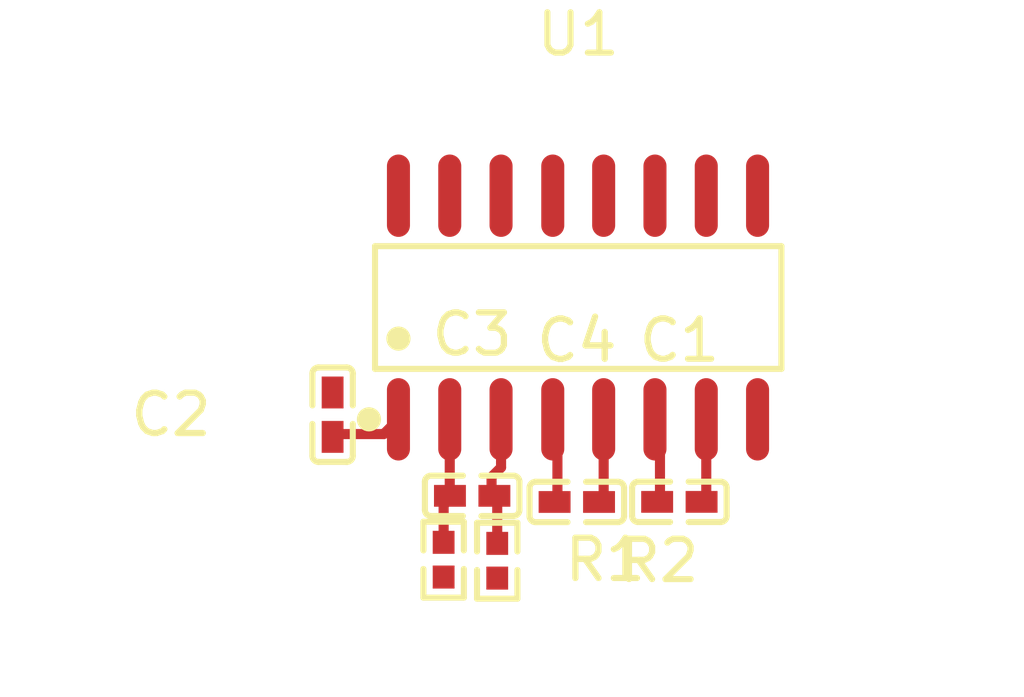
<source format=kicad_pcb>
(kicad_pcb (version 20241229) (generator "pcbnew") (generator_version "9.0")
  (layers (0 "F.Cu" signal) (2 "B.Cu" signal) (13 "F.Paste" user) (15 "B.Paste" user) (5 "F.SilkS" user "F.Silkscreen") (7 "B.SilkS" user "B.Silkscreen") (1 "F.Mask" user) (3 "B.Mask" user) (25 "Edge.Cuts" user))
  (net 0 "")
  (net 1 "VIN1N")
  (net 2 "n")
  (net 3 "VIN1P")
  (net 4 "p")
  (net 5 "VBG")
  (net 6 "gnd")
  (net 7 "REFP")
  (net 8 "VIN2N")
  (net 9 "VIN2P")
  (net 10 "AVDD_LDO")
  (net 11 "DVDD")
  (net 12 "SDA")
  (net 13 "SCL")
  (net 14 "DRDY")
  (net 15 "XOUT")
  (net 16 "XIN")
  (footprint "lib:SOP-16_L9.9-W3.9-P1.27-LS6.0-BL" (layer "F.Cu") (at 130.81 158.75 0)
    (property "Reference" "U1" (at 0 -6.77 0) (layer "F.SilkS") (hide no))
    (property "Value" "")
    (fp_line (start -5.03 -1.52) (end 5.03 -1.52) (stroke (width 0.15)) (layer "F.SilkS"))
    (fp_line (start -5.03 1.52) (end -5.03 -1.52) (stroke (width 0.15)) (layer "F.SilkS"))
    (fp_line (start 5.03 -1.52) (end 5.03 1.52) (stroke (width 0.15)) (layer "F.SilkS"))
    (fp_line (start 5.03 1.52) (end -5.03 1.52) (stroke (width 0.15)) (layer "F.SilkS"))
    (fp_circle (center -5.18 2.77) (end -5.03 2.77) (stroke (width 0.3)) (fill no) (layer "F.SilkS"))
    (fp_circle (center -4.45 0.77) (end -4.3 0.77) (stroke (width 0.3)) (fill no) (layer "F.SilkS"))
    (pad "1" smd oval (at -4.45 2.77 0) (size 0.57 2.04) (layers "F.Cu" "F.Mask" "F.Paste") (net 7 "REFP"))
    (pad "2" smd oval (at -3.18 2.77 0) (size 0.57 2.04) (layers "F.Cu" "F.Mask" "F.Paste") (net 1 "VIN1N"))
    (pad "3" smd oval (at -1.91 2.77 0) (size 0.57 2.04) (layers "F.Cu" "F.Mask" "F.Paste") (net 3 "VIN1P"))
    (pad "4" smd oval (at -0.63 2.77 0) (size 0.57 2.04) (layers "F.Cu" "F.Mask" "F.Paste") (net 8 "VIN2N"))
    (pad "5" smd oval (at 0.63 2.77 0) (size 0.57 2.04) (layers "F.Cu" "F.Mask" "F.Paste") (net 9 "VIN2P"))
    (pad "6" smd oval (at 1.9 2.77 0) (size 0.57 2.04) (layers "F.Cu" "F.Mask" "F.Paste") (net 5 "VBG"))
    (pad "7" smd oval (at 3.17 2.77 0) (size 0.57 2.04) (layers "F.Cu" "F.Mask" "F.Paste") (net 6 "gnd"))
    (pad "8" smd oval (at 4.44 2.77 0) (size 0.57 2.04) (layers "F.Cu" "F.Mask" "F.Paste") (net 6 "gnd"))
    (pad "9" smd oval (at 4.44 -2.77 0) (size 0.57 2.04) (layers "F.Cu" "F.Mask" "F.Paste") (net 6 "gnd"))
    (pad "10" smd oval (at 3.17 -2.77 0) (size 0.57 2.04) (layers "F.Cu" "F.Mask" "F.Paste") (net 16 "XIN"))
    (pad "11" smd oval (at 1.9 -2.77 0) (size 0.57 2.04) (layers "F.Cu" "F.Mask" "F.Paste") (net 15 "XOUT"))
    (pad "12" smd oval (at 0.63 -2.77 0) (size 0.57 2.04) (layers "F.Cu" "F.Mask" "F.Paste") (net 14 "DRDY"))
    (pad "13" smd oval (at -0.63 -2.77 0) (size 0.57 2.04) (layers "F.Cu" "F.Mask" "F.Paste") (net 13 "SCL"))
    (pad "14" smd oval (at -1.91 -2.77 0) (size 0.57 2.04) (layers "F.Cu" "F.Mask" "F.Paste") (net 12 "SDA"))
    (pad "15" smd oval (at -3.18 -2.77 0) (size 0.57 2.04) (layers "F.Cu" "F.Mask" "F.Paste") (net 11 "DVDD"))
    (pad "16" smd oval (at -4.45 -2.77 0) (size 0.57 2.04) (layers "F.Cu" "F.Mask" "F.Paste") (net 10 "AVDD_LDO"))
  )
  (footprint "atopile:R0402-56259e" (layer "F.Cu") (at 127.478404 164.996894 -90)
    (property "Reference" "R1" (at 0 -4 0) (layer "F.SilkS") (hide no))
    (property "Value" "47Ω ±1% 62.5mW")
    (fp_line (start -0.94 0.5) (end -0.94 -0.5) (stroke (width 0.15)) (layer "F.SilkS"))
    (fp_line (start -0.23 0.5) (end -0.94 0.5) (stroke (width 0.15)) (layer "F.SilkS"))
    (fp_line (start 0.23 0.5) (end 0.94 0.5) (stroke (width 0.15)) (layer "F.SilkS"))
    (fp_line (start 0.94 0.5) (end 0.94 -0.5) (stroke (width 0.15)) (layer "F.SilkS"))
    (fp_line (start -0.94 -0.5) (end -0.23 -0.5) (stroke (width 0.15)) (layer "F.SilkS"))
    (fp_line (start 0.94 -0.5) (end 0.23 -0.5) (stroke (width 0.15)) (layer "F.SilkS"))
    (fp_text user "${REFERENCE}" (at 0 -4 0) (layer "F.SilkS"))
    (pad "1" smd rect (at -0.43 0 270) (size 0.57 0.54) (layers "F.Cu" "F.Mask" "F.Paste") (net 1 "VIN1N"))
    (pad "2" smd rect (at 0.43 0 270) (size 0.57 0.54) (layers "F.Cu" "F.Mask" "F.Paste") (net 2 "n"))
  )
  (footprint "atopile:R0402-56259e" (layer "F.Cu") (at 128.805295 165.02297 -90)
    (property "Reference" "R2" (at 0 -4 0) (layer "F.SilkS") (hide no))
    (property "Value" "47Ω ±1% 62.5mW")
    (fp_line (start -0.94 0.5) (end -0.94 -0.5) (stroke (width 0.15)) (layer "F.SilkS"))
    (fp_line (start -0.23 0.5) (end -0.94 0.5) (stroke (width 0.15)) (layer "F.SilkS"))
    (fp_line (start 0.23 0.5) (end 0.94 0.5) (stroke (width 0.15)) (layer "F.SilkS"))
    (fp_line (start 0.94 0.5) (end 0.94 -0.5) (stroke (width 0.15)) (layer "F.SilkS"))
    (fp_line (start -0.94 -0.5) (end -0.23 -0.5) (stroke (width 0.15)) (layer "F.SilkS"))
    (fp_line (start 0.94 -0.5) (end 0.23 -0.5) (stroke (width 0.15)) (layer "F.SilkS"))
    (fp_text user "${REFERENCE}" (at 0 -4 0) (layer "F.SilkS"))
    (pad "1" smd rect (at -0.43 0 270) (size 0.57 0.54) (layers "F.Cu" "F.Mask" "F.Paste") (net 3 "VIN1P"))
    (pad "2" smd rect (at 0.43 0 270) (size 0.57 0.54) (layers "F.Cu" "F.Mask" "F.Paste") (net 4 "p"))
  )
  (footprint "atopile:C0402-b3ef17" (layer "F.Cu") (at 130.775387 163.567182 0)
    (property "Reference" "C4" (at 0 -4 0) (layer "F.SilkS") (hide no))
    (property "Value" "470pF ±10% 50V X7R")
    (fp_line (start -1.17 0.35) (end -1.17 -0.35) (stroke (width 0.15)) (layer "F.SilkS"))
    (fp_line (start -1.02 -0.5) (end -0.23 -0.5) (stroke (width 0.15)) (layer "F.SilkS"))
    (fp_line (start -0.23 0.5) (end -1.02 0.5) (stroke (width 0.15)) (layer "F.SilkS"))
    (fp_line (start 0.23 0.5) (end 1.02 0.5) (stroke (width 0.15)) (layer "F.SilkS"))
    (fp_line (start 1.02 -0.5) (end 0.23 -0.5) (stroke (width 0.15)) (layer "F.SilkS"))
    (fp_line (start 1.17 0.35) (end 1.17 -0.35) (stroke (width 0.15)) (layer "F.SilkS"))
    (fp_arc (start -1.17 -0.35) (mid -1.126066 -0.456066) (end -1.02 -0.5) (stroke (width 0.15)) (layer "F.SilkS"))
    (fp_arc (start -1.02 0.5) (mid -1.126066 0.456066) (end -1.17 0.35) (stroke (width 0.15)) (layer "F.SilkS"))
    (fp_arc (start 1.02 -0.5) (mid 1.126066 -0.456066) (end 1.17 -0.35) (stroke (width 0.15)) (layer "F.SilkS"))
    (fp_arc (start 1.17 0.35) (mid 1.126066 0.456066) (end 1.02 0.5) (stroke (width 0.15)) (layer "F.SilkS"))
    (fp_text user "${REFERENCE}" (at 0 -4 0) (layer "F.SilkS"))
    (pad "1" smd rect (at -0.55 0 0) (size 0.79 0.54) (layers "F.Cu" "F.Mask" "F.Paste") (net 8 "VIN2N"))
    (pad "2" smd rect (at 0.55 0 0) (size 0.79 0.54) (layers "F.Cu" "F.Mask" "F.Paste") (net 9 "VIN2P"))
  )
  (footprint "atopile:C0402-b3ef17" (layer "F.Cu") (at 124.729881 161.40478 90)
    (property "Reference" "C2" (at 0 -4 0) (layer "F.SilkS") (hide no))
    (property "Value" "100nF ±10% 16V X7R")
    (fp_line (start 1.02 -0.5) (end 0.23 -0.5) (stroke (width 0.15)) (layer "F.SilkS"))
    (fp_line (start -1.02 -0.5) (end -0.23 -0.5) (stroke (width 0.15)) (layer "F.SilkS"))
    (fp_line (start 1.17 0.35) (end 1.17 -0.35) (stroke (width 0.15)) (layer "F.SilkS"))
    (fp_line (start -1.17 0.35) (end -1.17 -0.35) (stroke (width 0.15)) (layer "F.SilkS"))
    (fp_line (start 0.23 0.5) (end 1.02 0.5) (stroke (width 0.15)) (layer "F.SilkS"))
    (fp_line (start -0.23 0.5) (end -1.02 0.5) (stroke (width 0.15)) (layer "F.SilkS"))
    (fp_arc (start 1.02 -0.5) (mid 1.126066 -0.456066) (end 1.17 -0.35) (stroke (width 0.15)) (layer "F.SilkS"))
    (fp_arc (start -1.17 -0.35) (mid -1.126066 -0.456066) (end -1.02 -0.5) (stroke (width 0.15)) (layer "F.SilkS"))
    (fp_arc (start 1.17 0.35) (mid 1.126066 0.456066) (end 1.02 0.5) (stroke (width 0.15)) (layer "F.SilkS"))
    (fp_arc (start -1.02 0.5) (mid -1.126066 0.456066) (end -1.17 0.35) (stroke (width 0.15)) (layer "F.SilkS"))
    (fp_text user "${REFERENCE}" (at 0 -4 0) (layer "F.SilkS"))
    (pad "1" smd rect (at -0.55 0 90) (size 0.79 0.54) (layers "F.Cu" "F.Mask" "F.Paste") (net 7 "REFP"))
    (pad "2" smd rect (at 0.55 0 90) (size 0.79 0.54) (layers "F.Cu" "F.Mask" "F.Paste") (net 6 "gnd"))
  )
  (footprint "atopile:C0402-b3ef17" (layer "F.Cu") (at 133.314121 163.564458 0)
    (property "Reference" "C1" (at 0 -4 0) (layer "F.SilkS") (hide no))
    (property "Value" "100nF ±10% 16V X7R")
    (fp_line (start -1.17 0.35) (end -1.17 -0.35) (stroke (width 0.15)) (layer "F.SilkS"))
    (fp_line (start -1.02 -0.5) (end -0.23 -0.5) (stroke (width 0.15)) (layer "F.SilkS"))
    (fp_line (start -0.23 0.5) (end -1.02 0.5) (stroke (width 0.15)) (layer "F.SilkS"))
    (fp_line (start 0.23 0.5) (end 1.02 0.5) (stroke (width 0.15)) (layer "F.SilkS"))
    (fp_line (start 1.02 -0.5) (end 0.23 -0.5) (stroke (width 0.15)) (layer "F.SilkS"))
    (fp_line (start 1.17 0.35) (end 1.17 -0.35) (stroke (width 0.15)) (layer "F.SilkS"))
    (fp_arc (start -1.17 -0.35) (mid -1.126066 -0.456066) (end -1.02 -0.5) (stroke (width 0.15)) (layer "F.SilkS"))
    (fp_arc (start -1.02 0.5) (mid -1.126066 0.456066) (end -1.17 0.35) (stroke (width 0.15)) (layer "F.SilkS"))
    (fp_arc (start 1.02 -0.5) (mid 1.126066 -0.456066) (end 1.17 -0.35) (stroke (width 0.15)) (layer "F.SilkS"))
    (fp_arc (start 1.17 0.35) (mid 1.126066 0.456066) (end 1.02 0.5) (stroke (width 0.15)) (layer "F.SilkS"))
    (fp_text user "${REFERENCE}" (at 0 -4 0) (layer "F.SilkS"))
    (pad "1" smd rect (at -0.55 0 0) (size 0.79 0.54) (layers "F.Cu" "F.Mask" "F.Paste") (net 5 "VBG"))
    (pad "2" smd rect (at 0.55 0 0) (size 0.79 0.54) (layers "F.Cu" "F.Mask" "F.Paste") (net 6 "gnd"))
  )
  (footprint "atopile:C0402-b3ef17" (layer "F.Cu") (at 128.184801 163.41509 0)
    (property "Reference" "C3" (at 0 -4 0) (layer "F.SilkS") (hide no))
    (property "Value" "100nF ±10% 16V X7R")
    (fp_line (start -1.17 0.35) (end -1.17 -0.35) (stroke (width 0.15)) (layer "F.SilkS"))
    (fp_line (start -1.02 -0.5) (end -0.23 -0.5) (stroke (width 0.15)) (layer "F.SilkS"))
    (fp_line (start -0.23 0.5) (end -1.02 0.5) (stroke (width 0.15)) (layer "F.SilkS"))
    (fp_line (start 0.23 0.5) (end 1.02 0.5) (stroke (width 0.15)) (layer "F.SilkS"))
    (fp_line (start 1.02 -0.5) (end 0.23 -0.5) (stroke (width 0.15)) (layer "F.SilkS"))
    (fp_line (start 1.17 0.35) (end 1.17 -0.35) (stroke (width 0.15)) (layer "F.SilkS"))
    (fp_arc (start -1.17 -0.35) (mid -1.126066 -0.456066) (end -1.02 -0.5) (stroke (width 0.15)) (layer "F.SilkS"))
    (fp_arc (start -1.02 0.5) (mid -1.126066 0.456066) (end -1.17 0.35) (stroke (width 0.15)) (layer "F.SilkS"))
    (fp_arc (start 1.02 -0.5) (mid 1.126066 -0.456066) (end 1.17 -0.35) (stroke (width 0.15)) (layer "F.SilkS"))
    (fp_arc (start 1.17 0.35) (mid 1.126066 0.456066) (end 1.02 0.5) (stroke (width 0.15)) (layer "F.SilkS"))
    (fp_text user "${REFERENCE}" (at 0 -4 0) (layer "F.SilkS"))
    (pad "1" smd rect (at -0.55 0 0) (size 0.79 0.54) (layers "F.Cu" "F.Mask" "F.Paste") (net 1 "VIN1N"))
    (pad "2" smd rect (at 0.55 0 0) (size 0.79 0.54) (layers "F.Cu" "F.Mask" "F.Paste") (net 3 "VIN1P"))
  )
  (segment (start 127.478404 164.486894) (end 127.478404 163.641487) (width 0.25) (net 1) (layer "F.Cu"))
  (segment (start 127.478404 163.641487) (end 127.704801 163.41509) (width 0.25) (net 1) (layer "F.Cu"))
  (segment (start 127.63 163.340289) (end 127.704801 163.41509) (width 0.25) (net 1) (layer "F.Cu"))
  (segment (start 127.63 161.52) (end 127.63 163.340289) (width 0.25) (net 1) (layer "F.Cu"))
  (segment (start 128.664801 162.946775) (end 128.9 162.711576) (width 0.25) (net 3) (layer "F.Cu"))
  (segment (start 128.9 162.711576) (end 128.9 161.52) (width 0.25) (net 3) (layer "F.Cu"))
  (segment (start 128.805295 164.51297) (end 128.805295 163.555584) (width 0.25) (net 3) (layer "F.Cu"))
  (segment (start 128.664801 163.41509) (end 128.664801 162.946775) (width 0.25) (net 3) (layer "F.Cu"))
  (segment (start 128.805295 163.555584) (end 128.664801 163.41509) (width 0.25) (net 3) (layer "F.Cu"))
  (segment (start 132.834121 163.564458) (end 132.834121 161.644121) (width 0.25) (net 5) (layer "F.Cu"))
  (segment (start 132.834121 161.644121) (end 132.71 161.52) (width 0.25) (net 5) (layer "F.Cu"))
  (segment (start 133.98 163.378579) (end 133.794121 163.564458) (width 0.25) (net 6) (layer "F.Cu"))
  (segment (start 133.98 161.52) (end 133.98 163.378579) (width 0.25) (net 6) (layer "F.Cu"))
  (segment (start 124.729881 161.88478) (end 125.99522 161.88478) (width 0.25) (net 7) (layer "F.Cu"))
  (segment (start 125.99522 161.88478) (end 126.36 161.52) (width 0.25) (net 7) (layer "F.Cu"))
  (segment (start 130.295387 163.567182) (end 130.295387 161.635387) (width 0.25) (net 8) (layer "F.Cu"))
  (segment (start 130.295387 161.635387) (end 130.18 161.52) (width 0.25) (net 8) (layer "F.Cu"))
  (segment (start 131.44 161.52) (end 131.44 163.382569) (width 0.25) (net 9) (layer "F.Cu"))
  (segment (start 131.44 163.382569) (end 131.255387 163.567182) (width 0.25) (net 9) (layer "F.Cu"))
)
</source>
